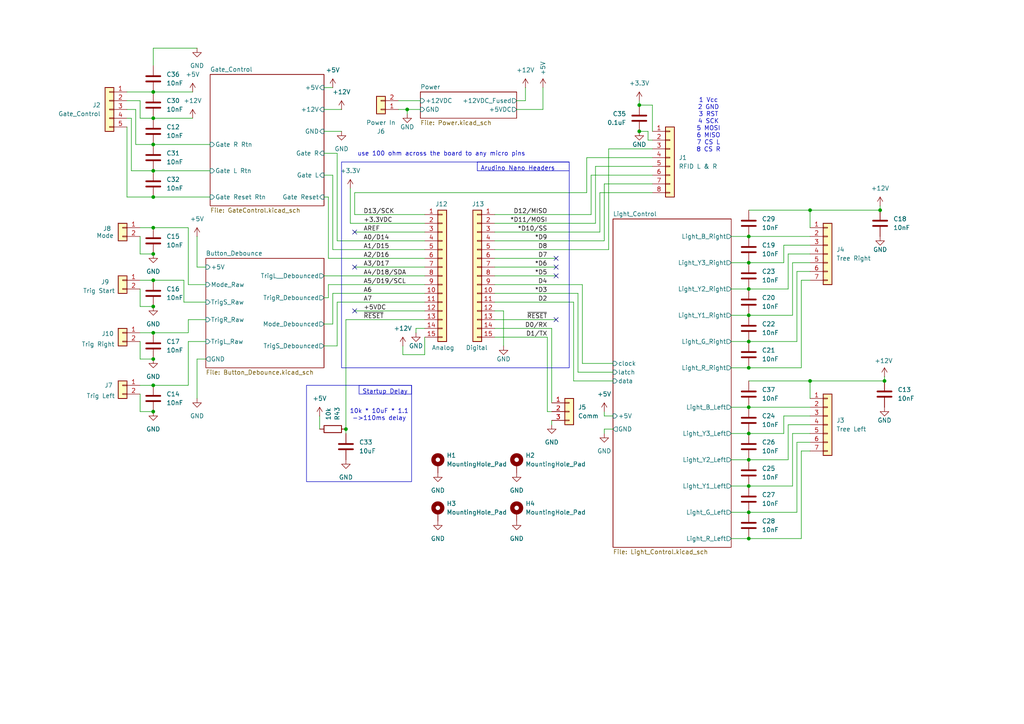
<source format=kicad_sch>
(kicad_sch (version 20250114) (generator "eeschema") (generator_version "9.0")
  (paper "A4")
  (title_block (date "sam. 04 avril 2015"))
  (lib_symbols
    (symbol "+5V_1" (power) (pin_numbers (hide yes)) (pin_names (offset 0) (hide yes))
      (property "Value" "+5V" (at 0 3.556 0))
      (symbol "+5V_1_0_1"
        (polyline (pts (xy -0.762 1.27) (xy 0 2.54)))
        (polyline (pts (xy 0 2.54) (xy 0.762 1.27)))
        (polyline (pts (xy 0 0) (xy 0 2.54)))
      )
      (symbol "+5V_1_1_1"
        (pin power_in line (at 0 0 90) (length 0) (name "~") (number "1"))
      )
    )
    (symbol "Connector_Generic:Conn_01x02" (pin_names (offset 1.016) (hide yes))
      (property "Reference" "J" (at 0 2.54 0))
      (property "Value" "Conn_01x02" (at 0 -5.08 0))
      (symbol "Conn_01x02_1_1"
        (rectangle (start -1.27 1.27) (end 1.27 -3.81) (stroke (width 0.254)) (fill (type background)))
        (rectangle (start -1.27 0.127) (end 0 -0.127) (stroke (width 0.1524)))
        (rectangle (start -1.27 -2.413) (end 0 -2.667) (stroke (width 0.1524)))
        (pin passive line (at -5.08 0 0) (length 3.81) (name "Pin_1") (number "1"))
        (pin passive line (at -5.08 -2.54 0) (length 3.81) (name "Pin_2") (number "2"))
      )
    )
    (symbol "Connector_Generic:Conn_01x03" (pin_names (offset 1.016) (hide yes))
      (property "Reference" "J" (at 0 5.08 0))
      (property "Value" "Conn_01x03" (at 0 -5.08 0))
      (symbol "Conn_01x03_1_1"
        (rectangle (start -1.27 3.81) (end 1.27 -3.81) (stroke (width 0.254)) (fill (type background)))
        (rectangle (start -1.27 2.667) (end 0 2.413) (stroke (width 0.1524)))
        (rectangle (start -1.27 0.127) (end 0 -0.127) (stroke (width 0.1524)))
        (rectangle (start -1.27 -2.413) (end 0 -2.667) (stroke (width 0.1524)))
        (pin passive line (at -5.08 2.54 0) (length 3.81) (name "Pin_1") (number "1"))
        (pin passive line (at -5.08 0 0) (length 3.81) (name "Pin_2") (number "2"))
        (pin passive line (at -5.08 -2.54 0) (length 3.81) (name "Pin_3") (number "3"))
      )
    )
    (symbol "Connector_Generic:Conn_01x05" (pin_names (offset 1.016) (hide yes))
      (property "Reference" "J" (at 0 7.62 0))
      (property "Value" "Conn_01x05" (at 0 -7.62 0))
      (symbol "Conn_01x05_1_1"
        (rectangle (start -1.27 6.35) (end 1.27 -6.35) (stroke (width 0.254)) (fill (type background)))
        (rectangle (start -1.27 5.207) (end 0 4.953) (stroke (width 0.1524)))
        (rectangle (start -1.27 2.667) (end 0 2.413) (stroke (width 0.1524)))
        (rectangle (start -1.27 0.127) (end 0 -0.127) (stroke (width 0.1524)))
        (rectangle (start -1.27 -2.413) (end 0 -2.667) (stroke (width 0.1524)))
        (rectangle (start -1.27 -4.953) (end 0 -5.207) (stroke (width 0.1524)))
        (pin passive line (at -5.08 5.08 0) (length 3.81) (name "Pin_1") (number "1"))
        (pin passive line (at -5.08 2.54 0) (length 3.81) (name "Pin_2") (number "2"))
        (pin passive line (at -5.08 0 0) (length 3.81) (name "Pin_3") (number "3"))
        (pin passive line (at -5.08 -2.54 0) (length 3.81) (name "Pin_4") (number "4"))
        (pin passive line (at -5.08 -5.08 0) (length 3.81) (name "Pin_5") (number "5"))
      )
    )
    (symbol "Connector_Generic:Conn_01x07" (pin_names (offset 1.016) (hide yes))
      (property "Reference" "J" (at 0 10.16 0))
      (property "Value" "Conn_01x07" (at 0 -10.16 0))
      (symbol "Conn_01x07_1_1"
        (rectangle (start -1.27 8.89) (end 1.27 -8.89) (stroke (width 0.254)) (fill (type background)))
        (rectangle (start -1.27 7.747) (end 0 7.493) (stroke (width 0.1524)))
        (rectangle (start -1.27 5.207) (end 0 4.953) (stroke (width 0.1524)))
        (rectangle (start -1.27 2.667) (end 0 2.413) (stroke (width 0.1524)))
        (rectangle (start -1.27 0.127) (end 0 -0.127) (stroke (width 0.1524)))
        (rectangle (start -1.27 -2.413) (end 0 -2.667) (stroke (width 0.1524)))
        (rectangle (start -1.27 -4.953) (end 0 -5.207) (stroke (width 0.1524)))
        (rectangle (start -1.27 -7.493) (end 0 -7.747) (stroke (width 0.1524)))
        (pin passive line (at -5.08 7.62 0) (length 3.81) (name "Pin_1") (number "1"))
        (pin passive line (at -5.08 5.08 0) (length 3.81) (name "Pin_2") (number "2"))
        (pin passive line (at -5.08 2.54 0) (length 3.81) (name "Pin_3") (number "3"))
        (pin passive line (at -5.08 0 0) (length 3.81) (name "Pin_4") (number "4"))
        (pin passive line (at -5.08 -2.54 0) (length 3.81) (name "Pin_5") (number "5"))
        (pin passive line (at -5.08 -5.08 0) (length 3.81) (name "Pin_6") (number "6"))
        (pin passive line (at -5.08 -7.62 0) (length 3.81) (name "Pin_7") (number "7"))
      )
    )
    (symbol "Connector_Generic:Conn_01x08" (pin_names (offset 1.016) (hide yes))
      (property "Reference" "J" (at 0 10.16 0))
      (property "Value" "Conn_01x08" (at 0 -12.7 0))
      (symbol "Conn_01x08_1_1"
        (rectangle (start -1.27 8.89) (end 1.27 -11.43) (stroke (width 0.254)) (fill (type background)))
        (rectangle (start -1.27 7.747) (end 0 7.493) (stroke (width 0.1524)))
        (rectangle (start -1.27 5.207) (end 0 4.953) (stroke (width 0.1524)))
        (rectangle (start -1.27 2.667) (end 0 2.413) (stroke (width 0.1524)))
        (rectangle (start -1.27 0.127) (end 0 -0.127) (stroke (width 0.1524)))
        (rectangle (start -1.27 -2.413) (end 0 -2.667) (stroke (width 0.1524)))
        (rectangle (start -1.27 -4.953) (end 0 -5.207) (stroke (width 0.1524)))
        (rectangle (start -1.27 -7.493) (end 0 -7.747) (stroke (width 0.1524)))
        (rectangle (start -1.27 -10.033) (end 0 -10.287) (stroke (width 0.1524)))
        (pin passive line (at -5.08 7.62 0) (length 3.81) (name "Pin_1") (number "1"))
        (pin passive line (at -5.08 5.08 0) (length 3.81) (name "Pin_2") (number "2"))
        (pin passive line (at -5.08 2.54 0) (length 3.81) (name "Pin_3") (number "3"))
        (pin passive line (at -5.08 0 0) (length 3.81) (name "Pin_4") (number "4"))
        (pin passive line (at -5.08 -2.54 0) (length 3.81) (name "Pin_5") (number "5"))
        (pin passive line (at -5.08 -5.08 0) (length 3.81) (name "Pin_6") (number "6"))
        (pin passive line (at -5.08 -7.62 0) (length 3.81) (name "Pin_7") (number "7"))
        (pin passive line (at -5.08 -10.16 0) (length 3.81) (name "Pin_8") (number "8"))
      )
    )
    (symbol "Connector_Generic:Conn_01x15" (pin_names (offset 1.016) (hide yes))
      (property "Reference" "J" (at 0 20.32 0))
      (property "Value" "Conn_01x15" (at 0 -20.32 0))
      (symbol "Conn_01x15_1_1"
        (rectangle (start -1.27 19.05) (end 1.27 -19.05) (stroke (width 0.254)) (fill (type background)))
        (rectangle (start -1.27 17.907) (end 0 17.653) (stroke (width 0.1524)))
        (rectangle (start -1.27 15.367) (end 0 15.113) (stroke (width 0.1524)))
        (rectangle (start -1.27 12.827) (end 0 12.573) (stroke (width 0.1524)))
        (rectangle (start -1.27 10.287) (end 0 10.033) (stroke (width 0.1524)))
        (rectangle (start -1.27 7.747) (end 0 7.493) (stroke (width 0.1524)))
        (rectangle (start -1.27 5.207) (end 0 4.953) (stroke (width 0.1524)))
        (rectangle (start -1.27 2.667) (end 0 2.413) (stroke (width 0.1524)))
        (rectangle (start -1.27 0.127) (end 0 -0.127) (stroke (width 0.1524)))
        (rectangle (start -1.27 -2.413) (end 0 -2.667) (stroke (width 0.1524)))
        (rectangle (start -1.27 -4.953) (end 0 -5.207) (stroke (width 0.1524)))
        (rectangle (start -1.27 -7.493) (end 0 -7.747) (stroke (width 0.1524)))
        (rectangle (start -1.27 -10.033) (end 0 -10.287) (stroke (width 0.1524)))
        (rectangle (start -1.27 -12.573) (end 0 -12.827) (stroke (width 0.1524)))
        (rectangle (start -1.27 -15.113) (end 0 -15.367) (stroke (width 0.1524)))
        (rectangle (start -1.27 -17.653) (end 0 -17.907) (stroke (width 0.1524)))
        (pin passive line (at -5.08 17.78 0) (length 3.81) (name "Pin_1") (number "1"))
        (pin passive line (at -5.08 15.24 0) (length 3.81) (name "Pin_2") (number "2"))
        (pin passive line (at -5.08 12.7 0) (length 3.81) (name "Pin_3") (number "3"))
        (pin passive line (at -5.08 10.16 0) (length 3.81) (name "Pin_4") (number "4"))
        (pin passive line (at -5.08 7.62 0) (length 3.81) (name "Pin_5") (number "5"))
        (pin passive line (at -5.08 5.08 0) (length 3.81) (name "Pin_6") (number "6"))
        (pin passive line (at -5.08 2.54 0) (length 3.81) (name "Pin_7") (number "7"))
        (pin passive line (at -5.08 0 0) (length 3.81) (name "Pin_8") (number "8"))
        (pin passive line (at -5.08 -2.54 0) (length 3.81) (name "Pin_9") (number "9"))
        (pin passive line (at -5.08 -5.08 0) (length 3.81) (name "Pin_10") (number "10"))
        (pin passive line (at -5.08 -7.62 0) (length 3.81) (name "Pin_11") (number "11"))
        (pin passive line (at -5.08 -10.16 0) (length 3.81) (name "Pin_12") (number "12"))
        (pin passive line (at -5.08 -12.7 0) (length 3.81) (name "Pin_13") (number "13"))
        (pin passive line (at -5.08 -15.24 0) (length 3.81) (name "Pin_14") (number "14"))
        (pin passive line (at -5.08 -17.78 0) (length 3.81) (name "Pin_15") (number "15"))
      )
    )
    (symbol "Device:C" (pin_numbers (hide yes)) (pin_names (offset 0.254))
      (property "Reference" "C" (at 0.635 2.54 0))
      (property "Value" "C" (at 0.635 -2.54 0))
      (symbol "C_0_1"
        (polyline (pts (xy -2.032 0.762) (xy 2.032 0.762)) (stroke (width 0.508)))
        (polyline (pts (xy -2.032 -0.762) (xy 2.032 -0.762)) (stroke (width 0.508)))
      )
      (symbol "C_1_1"
        (pin passive line (at 0 3.81 270) (length 2.794) (name "~") (number "1"))
        (pin passive line (at 0 -3.81 90) (length 2.794) (name "~") (number "2"))
      )
    )
    (symbol "Device:R" (pin_numbers (hide yes)) (pin_names (offset 0))
      (property "Reference" "R" (at 2.032 0 90))
      (property "Value" "R" (at 0 0 90))
      (symbol "R_0_1"
        (rectangle (start -1.016 -2.54) (end 1.016 2.54) (stroke (width 0.254)))
      )
      (symbol "R_1_1"
        (pin passive line (at 0 3.81 270) (length 1.27) (name "~") (number "1"))
        (pin passive line (at 0 -3.81 90) (length 1.27) (name "~") (number "2"))
      )
    )
    (symbol "GND_1" (power) (pin_numbers (hide yes)) (pin_names (offset 0) (hide yes))
      (property "Value" "GND" (at 0 -3.81 0))
      (symbol "GND_1_0_1"
        (polyline (pts (xy 0 0) (xy 0 -1.27) (xy 1.27 -1.27) (xy 0 -2.54) (xy -1.27 -1.27) (xy 0 -1.27)))
      )
      (symbol "GND_1_1_1"
        (pin power_in line (at 0 0 270) (length 0) (name "~") (number "1"))
      )
    )
    (symbol "Mechanical:MountingHole_Pad" (pin_numbers (hide yes)) (pin_names (offset 1.016) (hide yes)) (exclude_from_sim yes) (in_bom no)
      (property "Reference" "H" (at 0 6.35 0))
      (property "Value" "MountingHole_Pad" (at 0 4.445 0))
      (symbol "MountingHole_Pad_0_1"
        (circle (center 0 1.27) (radius 1.27) (stroke (width 1.27)))
      )
      (symbol "MountingHole_Pad_1_1"
        (pin input line (at 0 -2.54 90) (length 2.54) (name "1") (number "1"))
      )
    )
    (symbol "power:+3.3V" (power) (pin_numbers (hide yes)) (pin_names (offset 0) (hide yes))
      (property "Value" "+3.3V" (at 0 3.556 0))
      (symbol "+3.3V_0_1"
        (polyline (pts (xy -0.762 1.27) (xy 0 2.54)))
        (polyline (pts (xy 0 2.54) (xy 0.762 1.27)))
        (polyline (pts (xy 0 0) (xy 0 2.54)))
      )
      (symbol "+3.3V_1_1"
        (pin power_in line (at 0 0 90) (length 0) (name "~") (number "1"))
      )
    )
    (symbol "power:+5V" (power) (pin_names (offset 0))
      (property "Value" "+5V" (at 0 3.556 0))
      (symbol "+5V_0_1"
        (polyline (pts (xy -0.762 1.27) (xy 0 2.54)))
        (polyline (pts (xy 0 2.54) (xy 0.762 1.27)))
        (polyline (pts (xy 0 0) (xy 0 2.54)))
      )
      (symbol "+5V_1_1"
        (pin power_in line (at 0 0 90) (length 0) (hide yes) (name "+5V") (number "1"))
      )
    )
    (symbol "power:+6V" (power) (pin_numbers (hide yes)) (pin_names (offset 0) (hide yes))
      (property "Value" "+6V" (at 0 3.556 0))
      (symbol "+6V_0_1"
        (polyline (pts (xy -0.762 1.27) (xy 0 2.54)))
        (polyline (pts (xy 0 2.54) (xy 0.762 1.27)))
        (polyline (pts (xy 0 0) (xy 0 2.54)))
      )
      (symbol "+6V_1_1"
        (pin power_in line (at 0 0 90) (length 0) (name "~") (number "1"))
      )
    )
    (symbol "power:GND" (power) (pin_names (offset 0))
      (property "Value" "GND" (at 0 -3.81 0))
      (symbol "GND_0_1"
        (polyline (pts (xy 0 0) (xy 0 -1.27) (xy 1.27 -1.27) (xy 0 -2.54) (xy -1.27 -1.27) (xy 0 -1.27)))
      )
      (symbol "GND_1_1"
        (pin power_in line (at 0 0 270) (length 0) (hide yes) (name "GND") (number "1"))
      )
    )
  )
  (rectangle (start 88.9 111.76) (end 119.38 139.7))
  (rectangle (start 99.06 46.99) (end 165.1 106.68))
  (text "1 Vcc\n2 GND\n3 RST\n4 SCK\n5 MOSI\n6 MISO\n7 CS L\n8 CS R" (at 205.486 36.322 0) (effects (font (size 1.27 1.27))))
  (text "10k * 10uF * 1.1\n->110ms delay" (at 109.982 120.396 0) (effects (font (size 1.27 1.27))))
  (text "use 100 ohm across the board to any micro pins\n\n" (at 128.016 45.72 0) (effects (font (size 1.27 1.27))))
  (text_box "Arudino Nano Headers\n" (at 138.43 46.99 0) (size 26.67 2.54) (margins 0.9525 0.9525 0.9525 0.9525) (effects (font (size 1.27 1.27)) (justify left top)))
  (text_box "Startup Delay" (at 104.14 111.76 0) (size 15.24 2.54) (margins 0.9525 0.9525 0.9525 0.9525) (effects (font (size 1.27 1.27)) (justify left top)))
  (junction (at 44.45 66.04))
  (junction (at 217.17 99.06))
  (junction (at 217.17 140.97))
  (junction (at 44.45 41.91))
  (junction (at 44.45 96.52))
  (junction (at 234.95 110.49))
  (junction (at 44.45 104.14))
  (junction (at 217.17 148.59))
  (junction (at 217.17 76.2))
  (junction (at 44.45 26.67))
  (junction (at 217.17 83.82))
  (junction (at 256.54 110.49))
  (junction (at 217.17 68.58))
  (junction (at 44.45 34.29))
  (junction (at 44.45 49.53))
  (junction (at 44.45 88.9))
  (junction (at 217.17 91.44))
  (junction (at 185.42 38.1))
  (junction (at 100.33 124.46))
  (junction (at 217.17 125.73))
  (junction (at 217.17 156.21))
  (junction (at 44.45 111.76))
  (junction (at 44.45 119.38))
  (junction (at 118.11 31.75))
  (junction (at 217.17 118.11))
  (junction (at 217.17 133.35))
  (junction (at 44.45 73.66))
  (junction (at 255.27 60.96))
  (junction (at 44.45 57.15))
  (junction (at 234.95 60.96))
  (junction (at 217.17 106.68))
  (junction (at 185.42 30.48))
  (junction (at 44.45 81.28))
  (no_connect (at 102.87 67.31))
  (no_connect (at 161.29 77.47))
  (no_connect (at 161.29 92.71))
  (no_connect (at 102.87 77.47))
  (no_connect (at 161.29 80.01))
  (no_connect (at 102.87 90.17))
  (no_connect (at 161.29 74.93))
  (wire (pts (xy 54.61 96.52) (xy 54.61 92.71)))
  (wire (pts (xy 256.54 109.22) (xy 256.54 110.49)))
  (wire (pts (xy 217.17 106.68) (xy 212.09 106.68)))
  (wire (pts (xy 177.8 120.65) (xy 175.26 120.65)))
  (wire (pts (xy 175.26 120.65) (xy 175.26 119.38)))
  (wire (pts (xy 212.09 83.82) (xy 217.17 83.82)))
  (wire (pts (xy 175.26 53.34) (xy 189.23 53.34)))
  (wire (pts (xy 93.98 100.33) (xy 97.79 100.33)))
  (wire (pts (xy 102.87 62.23) (xy 123.19 62.23)))
  (wire (pts (xy 168.91 105.41) (xy 177.8 105.41)))
  (wire (pts (xy 102.87 62.23) (xy 102.87 55.88)))
  (wire (pts (xy 167.64 107.95) (xy 177.8 107.95)))
  (wire (pts (xy 100.33 125.73) (xy 100.33 124.46)))
  (wire (pts (xy 96.52 93.98) (xy 96.52 85.09)))
  (wire (pts (xy 95.25 82.55) (xy 123.19 82.55)))
  (wire (pts (xy 158.75 97.79) (xy 143.51 97.79)))
  (wire (pts (xy 40.64 99.06) (xy 40.64 104.14)))
  (wire (pts (xy 217.17 68.58) (xy 212.09 68.58)))
  (wire (pts (xy 171.45 50.8) (xy 189.23 50.8)))
  (wire (pts (xy 44.45 13.97) (xy 44.45 19.05)))
  (wire (pts (xy 40.64 73.66) (xy 44.45 73.66)))
  (wire (pts (xy 118.11 31.75) (xy 121.92 31.75)))
  (wire (pts (xy 212.09 118.11) (xy 217.17 118.11)))
  (wire (pts (xy 232.41 106.68) (xy 217.17 106.68)))
  (wire (pts (xy 93.98 31.75) (xy 99.06 31.75)))
  (wire (pts (xy 229.87 125.73) (xy 229.87 140.97)))
  (wire (pts (xy 166.37 110.49) (xy 177.8 110.49)))
  (wire (pts (xy 231.14 78.74) (xy 231.14 99.06)))
  (wire (pts (xy 40.64 96.52) (xy 44.45 96.52)))
  (wire (pts (xy 40.64 66.04) (xy 44.45 66.04)))
  (wire (pts (xy 54.61 111.76) (xy 54.61 99.06)))
  (wire (pts (xy 228.6 83.82) (xy 217.17 83.82)))
  (wire (pts (xy 44.45 26.67) (xy 55.88 26.67)))
  (wire (pts (xy 234.95 110.49) (xy 256.54 110.49)))
  (wire (pts (xy 40.64 29.21) (xy 40.64 34.29)))
  (wire (pts (xy 234.95 128.27) (xy 231.14 128.27)))
  (wire (pts (xy 39.37 31.75) (xy 39.37 41.91)))
  (wire (pts (xy 54.61 99.06) (xy 59.69 99.06)))
  (wire (pts (xy 227.33 120.65) (xy 227.33 125.73)))
  (wire (pts (xy 143.51 74.93) (xy 161.29 74.93)))
  (wire (pts (xy 44.45 111.76) (xy 54.61 111.76)))
  (wire (pts (xy 39.37 41.91) (xy 44.45 41.91)))
  (wire (pts (xy 102.87 55.88) (xy 170.18 55.88)))
  (wire (pts (xy 234.95 60.96) (xy 255.27 60.96)))
  (wire (pts (xy 97.79 87.63) (xy 123.19 87.63)))
  (wire (pts (xy 36.83 29.21) (xy 40.64 29.21)))
  (wire (pts (xy 175.26 69.85) (xy 175.26 53.34)))
  (wire (pts (xy 102.87 90.17) (xy 123.19 90.17)))
  (wire (pts (xy 143.51 67.31) (xy 173.99 67.31)))
  (wire (pts (xy 234.95 130.81) (xy 232.41 130.81)))
  (wire (pts (xy 96.52 72.39) (xy 123.19 72.39)))
  (wire (pts (xy 228.6 123.19) (xy 228.6 133.35)))
  (wire (pts (xy 212.09 148.59) (xy 217.17 148.59)))
  (wire (pts (xy 36.83 26.67) (xy 44.45 26.67)))
  (wire (pts (xy 217.17 60.96) (xy 234.95 60.96)))
  (wire (pts (xy 57.15 68.58) (xy 57.15 77.47)))
  (wire (pts (xy 170.18 45.72) (xy 189.23 45.72)))
  (wire (pts (xy 44.45 34.29) (xy 55.88 34.29)))
  (wire (pts (xy 40.64 119.38) (xy 40.64 114.3)))
  (wire (pts (xy 234.95 81.28) (xy 232.41 81.28)))
  (wire (pts (xy 96.52 50.8) (xy 96.52 72.39)))
  (wire (pts (xy 44.45 66.04) (xy 54.61 66.04)))
  (wire (pts (xy 100.33 92.71) (xy 123.19 92.71)))
  (wire (pts (xy 167.64 85.09) (xy 143.51 85.09)))
  (wire (pts (xy 227.33 125.73) (xy 217.17 125.73)))
  (wire (pts (xy 234.95 66.04) (xy 234.95 60.96)))
  (wire (pts (xy 95.25 57.15) (xy 93.98 57.15)))
  (wire (pts (xy 170.18 55.88) (xy 170.18 45.72)))
  (wire (pts (xy 118.11 33.02) (xy 118.11 31.75)))
  (wire (pts (xy 54.61 82.55) (xy 59.69 82.55)))
  (wire (pts (xy 57.15 13.97) (xy 44.45 13.97)))
  (wire (pts (xy 187.96 40.64) (xy 189.23 40.64)))
  (wire (pts (xy 59.69 104.14) (xy 57.15 104.14)))
  (wire (pts (xy 54.61 66.04) (xy 54.61 82.55)))
  (wire (pts (xy 53.34 81.28) (xy 53.34 87.63)))
  (wire (pts (xy 229.87 76.2) (xy 229.87 91.44)))
  (wire (pts (xy 101.6 54.61) (xy 101.6 64.77)))
  (wire (pts (xy 40.64 111.76) (xy 44.45 111.76)))
  (wire (pts (xy 229.87 140.97) (xy 217.17 140.97)))
  (wire (pts (xy 232.41 156.21) (xy 217.17 156.21)))
  (wire (pts (xy 231.14 148.59) (xy 217.17 148.59)))
  (wire (pts (xy 40.64 81.28) (xy 44.45 81.28)))
  (wire (pts (xy 44.45 49.53) (xy 60.96 49.53)))
  (wire (pts (xy 189.23 30.48) (xy 185.42 30.48)))
  (wire (pts (xy 149.86 31.75) (xy 157.48 31.75)))
  (wire (pts (xy 187.96 38.1) (xy 187.96 40.64)))
  (wire (pts (xy 100.33 92.71) (xy 100.33 124.46)))
  (wire (pts (xy 234.95 123.19) (xy 228.6 123.19)))
  (wire (pts (xy 93.98 86.36) (xy 95.25 86.36)))
  (wire (pts (xy 212.09 76.2) (xy 217.17 76.2)))
  (wire (pts (xy 59.69 77.47) (xy 57.15 77.47)))
  (wire (pts (xy 102.87 67.31) (xy 123.19 67.31)))
  (wire (pts (xy 189.23 38.1) (xy 189.23 30.48)))
  (wire (pts (xy 95.25 86.36) (xy 95.25 82.55)))
  (wire (pts (xy 234.95 78.74) (xy 231.14 78.74)))
  (wire (pts (xy 234.95 71.12) (xy 227.33 71.12)))
  (wire (pts (xy 44.45 57.15) (xy 60.96 57.15)))
  (wire (pts (xy 40.64 88.9) (xy 40.64 83.82)))
  (wire (pts (xy 217.17 68.58) (xy 234.95 68.58)))
  (wire (pts (xy 143.51 90.17) (xy 146.05 90.17)))
  (wire (pts (xy 157.48 31.75) (xy 157.48 25.4)))
  (wire (pts (xy 227.33 76.2) (xy 217.17 76.2)))
  (wire (pts (xy 228.6 73.66) (xy 228.6 83.82)))
  (wire (pts (xy 143.51 62.23) (xy 171.45 62.23)))
  (wire (pts (xy 115.57 29.21) (xy 121.92 29.21)))
  (wire (pts (xy 116.84 100.33) (xy 116.84 102.87)))
  (wire (pts (xy 123.19 102.87) (xy 116.84 102.87)))
  (wire (pts (xy 44.45 96.52) (xy 54.61 96.52)))
  (wire (pts (xy 93.98 25.4) (xy 96.52 25.4)))
  (wire (pts (xy 166.37 110.49) (xy 166.37 87.63)))
  (wire (pts (xy 234.95 110.49) (xy 234.95 115.57)))
  (wire (pts (xy 93.98 38.1) (xy 99.06 38.1)))
  (wire (pts (xy 212.09 140.97) (xy 217.17 140.97)))
  (wire (pts (xy 234.95 120.65) (xy 227.33 120.65)))
  (wire (pts (xy 160.02 116.84) (xy 160.02 95.25)))
  (wire (pts (xy 158.75 119.38) (xy 158.75 97.79)))
  (wire (pts (xy 93.98 50.8) (xy 96.52 50.8)))
  (wire (pts (xy 185.42 38.1) (xy 187.96 38.1)))
  (wire (pts (xy 217.17 91.44) (xy 212.09 91.44)))
  (wire (pts (xy 38.1 49.53) (xy 44.45 49.53)))
  (wire (pts (xy 36.83 34.29) (xy 38.1 34.29)))
  (wire (pts (xy 168.91 105.41) (xy 168.91 82.55)))
  (wire (pts (xy 232.41 81.28) (xy 232.41 106.68)))
  (wire (pts (xy 173.99 55.88) (xy 189.23 55.88)))
  (wire (pts (xy 152.4 29.21) (xy 149.86 29.21)))
  (wire (pts (xy 96.52 85.09) (xy 123.19 85.09)))
  (wire (pts (xy 229.87 91.44) (xy 217.17 91.44)))
  (wire (pts (xy 44.45 41.91) (xy 60.96 41.91)))
  (wire (pts (xy 40.64 34.29) (xy 44.45 34.29)))
  (wire (pts (xy 234.95 76.2) (xy 229.87 76.2)))
  (wire (pts (xy 160.02 95.25) (xy 143.51 95.25)))
  (wire (pts (xy 53.34 87.63) (xy 59.69 87.63)))
  (wire (pts (xy 231.14 99.06) (xy 217.17 99.06)))
  (wire (pts (xy 212.09 99.06) (xy 217.17 99.06)))
  (wire (pts (xy 143.51 80.01) (xy 161.29 80.01)))
  (wire (pts (xy 36.83 57.15) (xy 44.45 57.15)))
  (wire (pts (xy 40.64 104.14) (xy 44.45 104.14)))
  (wire (pts (xy 97.79 69.85) (xy 123.19 69.85)))
  (wire (pts (xy 143.51 69.85) (xy 175.26 69.85)))
  (wire (pts (xy 166.37 87.63) (xy 143.51 87.63)))
  (wire (pts (xy 40.64 73.66) (xy 40.64 68.58)))
  (wire (pts (xy 123.19 102.87) (xy 123.19 97.79)))
  (wire (pts (xy 234.95 125.73) (xy 229.87 125.73)))
  (wire (pts (xy 36.83 31.75) (xy 39.37 31.75)))
  (wire (pts (xy 212.09 133.35) (xy 217.17 133.35)))
  (wire (pts (xy 54.61 92.71) (xy 59.69 92.71)))
  (wire (pts (xy 115.57 31.75) (xy 118.11 31.75)))
  (wire (pts (xy 102.87 77.47) (xy 123.19 77.47)))
  (wire (pts (xy 40.64 88.9) (xy 44.45 88.9)))
  (wire (pts (xy 232.41 130.81) (xy 232.41 156.21)))
  (wire (pts (xy 95.25 74.93) (xy 123.19 74.93)))
  (wire (pts (xy 167.64 107.95) (xy 167.64 85.09)))
  (wire (pts (xy 93.98 80.01) (xy 123.19 80.01)))
  (wire (pts (xy 228.6 133.35) (xy 217.17 133.35)))
  (wire (pts (xy 168.91 82.55) (xy 143.51 82.55)))
  (wire (pts (xy 172.72 64.77) (xy 172.72 48.26)))
  (wire (pts (xy 40.64 119.38) (xy 44.45 119.38)))
  (wire (pts (xy 143.51 92.71) (xy 161.29 92.71)))
  (wire (pts (xy 175.26 124.46) (xy 175.26 125.73)))
  (wire (pts (xy 146.05 90.17) (xy 146.05 100.33)))
  (wire (pts (xy 173.99 67.31) (xy 173.99 55.88)))
  (wire (pts (xy 101.6 64.77) (xy 123.19 64.77)))
  (wire (pts (xy 160.02 121.92) (xy 160.02 123.19)))
  (wire (pts (xy 227.33 71.12) (xy 227.33 76.2)))
  (wire (pts (xy 212.09 156.21) (xy 217.17 156.21)))
  (wire (pts (xy 158.75 119.38) (xy 160.02 119.38)))
  (wire (pts (xy 217.17 118.11) (xy 234.95 118.11)))
  (wire (pts (xy 231.14 128.27) (xy 231.14 148.59)))
  (wire (pts (xy 217.17 110.49) (xy 234.95 110.49)))
  (wire (pts (xy 93.98 93.98) (xy 96.52 93.98)))
  (wire (pts (xy 234.95 73.66) (xy 228.6 73.66)))
  (wire (pts (xy 176.53 72.39) (xy 176.53 43.18)))
  (wire (pts (xy 57.15 104.14) (xy 57.15 115.57)))
  (wire (pts (xy 172.72 48.26) (xy 189.23 48.26)))
  (wire (pts (xy 95.25 74.93) (xy 95.25 57.15)))
  (wire (pts (xy 44.45 81.28) (xy 53.34 81.28)))
  (wire (pts (xy 92.71 120.65) (xy 92.71 124.46)))
  (wire (pts (xy 171.45 62.23) (xy 171.45 50.8)))
  (wire (pts (xy 177.8 124.46) (xy 175.26 124.46)))
  (wire (pts (xy 152.4 25.4) (xy 152.4 29.21)))
  (wire (pts (xy 97.79 100.33) (xy 97.79 87.63)))
  (wire (pts (xy 93.98 44.45) (xy 97.79 44.45)))
  (wire (pts (xy 38.1 34.29) (xy 38.1 49.53)))
  (wire (pts (xy 36.83 36.83) (xy 36.83 57.15)))
  (wire (pts (xy 143.51 77.47) (xy 161.29 77.47)))
  (wire (pts (xy 97.79 44.45) (xy 97.79 69.85)))
  (wire (pts (xy 143.51 72.39) (xy 176.53 72.39)))
  (wire (pts (xy 176.53 43.18) (xy 189.23 43.18)))
  (wire (pts (xy 120.65 95.25) (xy 120.65 96.52)))
  (wire (pts (xy 123.19 95.25) (xy 120.65 95.25)))
  (wire (pts (xy 185.42 29.21) (xy 185.42 30.48)))
  (wire (pts (xy 212.09 125.73) (xy 217.17 125.73)))
  (wire (pts (xy 255.27 59.69) (xy 255.27 60.96)))
  (wire (pts (xy 143.51 64.77) (xy 172.72 64.77)))
  (label "D4" (at 158.75 82.55 180))
  (label "*D5" (at 158.75 80.01 180))
  (label "A2{slash}D16" (at 105.41 74.93 0))
  (label "D7" (at 158.75 74.93 180))
  (label "D13{slash}SCK" (at 105.41 62.23 0))
  (label "A7" (at 105.41 87.63 0))
  (label "*D6" (at 158.75 77.47 180))
  (label "*D11{slash}MOSI" (at 158.75 64.77 180))
  (label "A1{slash}D15" (at 105.41 72.39 0))
  (label "A4{slash}D18{slash}SDA" (at 105.41 80.01 0))
  (label "A5{slash}D19{slash}SCL" (at 105.41 82.55 0))
  (label "+5VDC" (at 105.41 90.17 0))
  (label "A3{slash}D17" (at 105.41 77.47 0))
  (label "~{RESET}" (at 158.75 92.71 180))
  (label "~{RESET}" (at 105.41 92.71 0))
  (label "A6" (at 105.41 85.09 0))
  (label "A0{slash}D14" (at 105.41 69.85 0))
  (label "*D9" (at 158.75 69.85 180))
  (label "*D3" (at 158.75 85.09 180))
  (label "D2" (at 158.75 87.63 180))
  (label "D8" (at 158.75 72.39 180))
  (label "D1{slash}TX" (at 158.75 97.79 180))
  (label "D0{slash}RX" (at 158.75 95.25 180))
  (label "AREF" (at 105.41 67.31 0))
  (label "+3.3VDC" (at 105.41 64.77 0))
  (label "*D10{slash}SS" (at 158.75 67.31 180))
  (label "D12{slash}MISO" (at 158.75 62.23 180))
  (symbol (lib_id "Connector_Generic:Conn_01x02") (at 35.56 81.28 0) (mirror y) (unit 1)
    (property "Reference" "J9" (at 30.48 81.788 0))
    (property "Value" "Trig Start" (at 28.702 84.328 0))
    (property "Footprint" "Connector_JST:JST_EH_B2B-EH-A_1x02_P2.50mm_Vertical" (effects (hide yes)))
    (property "Description" "Generic connector, single row, 01x02, script generated (kicad-library-utils/schlib/autogen/connector/)" (effects (hide yes)))
  )
  (symbol (lib_id "Connector_Generic:Conn_01x07") (at 240.03 123.19 0) (unit 1)
    (property "Reference" "J3" (at 242.57 121.9199 0) (effects (justify left)))
    (property "Value" "Tree Left" (at 242.57 124.4599 0) (effects (justify left)))
    (property "Footprint" "Connector_JST:JST_EH_B7B-EH-A_1x07_P2.50mm_Vertical" (effects (hide yes)))
    (property "Description" "Generic connector, single row, 01x07, script generated (kicad-library-utils/schlib/autogen/connector/)" (effects (hide yes)))
  )
  (symbol (lib_id "Connector_Generic:Conn_01x15") (at 128.27 80.01 0) (unit 1)
    (property "Reference" "J12" (at 126.238 59.182 0) (effects (justify left)))
    (property "Value" "Analog" (at 125.222 100.838 0) (effects (justify left)))
    (property "Footprint" "Connector_PinSocket_2.54mm:PinSocket_1x15_P2.54mm_Vertical" (effects (hide yes)))
    (property "Description" "Generic connector, single row, 01x15, script generated (kicad-library-utils/schlib/autogen/connector/)" (effects (hide yes)))
  )
  (symbol (lib_id "power:GND") (at 149.86 137.16 0) (unit 1)
    (property "Reference" "#PWR063" (effects (hide yes)))
    (property "Value" "GND" (at 149.86 142.24 0))
    (property "Description" "Power symbol creates a global label with name \"GND\" , ground" (effects (hide yes)))
  )
  (symbol (lib_id "power:+3.3V") (at 185.42 29.21 0) (unit 1)
    (property "Reference" "#PWR016" (effects (hide yes)))
    (property "Value" "+3.3V" (at 185.42 24.13 0))
    (property "Description" "Power symbol creates a global label with name \"+3.3V\"" (effects (hide yes)))
  )
  (symbol (lib_id "power:GND") (at 185.42 38.1 0) (unit 1)
    (property "Reference" "#PWR057" (effects (hide yes)))
    (property "Value" "GND" (at 185.42 41.91 0))
  )
  (symbol (lib_id "power:GND") (at 127 137.16 0) (unit 1)
    (property "Reference" "#PWR065" (effects (hide yes)))
    (property "Value" "GND" (at 127 142.24 0))
    (property "Description" "Power symbol creates a global label with name \"GND\" , ground" (effects (hide yes)))
  )
  (symbol (lib_id "Connector_Generic:Conn_01x15") (at 138.43 80.01 0) (mirror y) (unit 1)
    (property "Reference" "J13" (at 140.462 59.182 0) (effects (justify left)))
    (property "Value" "Digital" (at 141.478 100.838 0) (effects (justify left)))
    (property "Footprint" "Connector_PinSocket_2.54mm:PinSocket_1x15_P2.54mm_Vertical" (effects (hide yes)))
    (property "Description" "Generic connector, single row, 01x15, script generated (kicad-library-utils/schlib/autogen/connector/)" (effects (hide yes)))
  )
  (symbol (lib_id "Device:C") (at 100.33 129.54 0) (unit 1)
    (property "Reference" "C33" (at 104.14 128.2699 0) (effects (justify left)))
    (property "Value" "10uF" (at 104.14 130.8099 0) (effects (justify left)))
    (property "Footprint" "Capacitor_SMD:C_0805_2012Metric" (effects (hide yes)))
    (property "Description" "Unpolarized capacitor" (effects (hide yes)))
  )
  (symbol (lib_id "power:GND") (at 127 151.13 0) (unit 1)
    (property "Reference" "#PWR066" (effects (hide yes)))
    (property "Value" "GND" (at 127 156.21 0))
    (property "Description" "Power symbol creates a global label with name \"GND\" , ground" (effects (hide yes)))
  )
  (symbol (lib_id "Connector_Generic:Conn_01x02") (at 35.56 96.52 0) (mirror y) (unit 1)
    (property "Reference" "J10" (at 31.242 96.774 0))
    (property "Value" "Trig Right" (at 28.448 99.822 0))
    (property "Footprint" "Connector_JST:JST_EH_B2B-EH-A_1x02_P2.50mm_Vertical" (effects (hide yes)))
    (property "Description" "Generic connector, single row, 01x02, script generated (kicad-library-utils/schlib/autogen/connector/)" (effects (hide yes)))
  )
  (symbol (lib_id "power:GND") (at 44.45 119.38 0) (unit 1)
    (property "Reference" "#PWR012" (effects (hide yes)))
    (property "Value" "GND" (at 44.45 124.46 0))
    (property "Description" "Power symbol creates a global label with name \"GND\" , ground" (effects (hide yes)))
  )
  (symbol (lib_id "Device:C") (at 217.17 95.25 0) (unit 1)
    (property "Reference" "C22" (at 220.98 93.9799 0) (effects (justify left)))
    (property "Value" "10nF" (at 220.98 96.5199 0) (effects (justify left)))
    (property "Footprint" "Capacitor_SMD:C_0805_2012Metric" (effects (hide yes)))
    (property "Description" "Unpolarized capacitor" (effects (hide yes)))
  )
  (symbol (lib_id "power:+6V") (at 116.84 100.33 0) (unit 1)
    (property "Reference" "#PWR040" (effects (hide yes)))
    (property "Value" "+12V" (at 116.84 95.25 0))
    (property "Description" "Power symbol creates a global label with name \"+6V\"" (effects (hide yes)))
  )
  (symbol (lib_name "+5V_1") (lib_id "power:+5V") (at 175.26 119.38 0) (unit 1)
    (property "Reference" "#PWR061" (effects (hide yes)))
    (property "Value" "+5V" (at 175.26 114.3 0))
    (property "Description" "Power symbol creates a global label with name \"+5V\"" (effects (hide yes)))
  )
  (symbol (lib_id "power:+6V") (at 55.88 34.29 0) (unit 1)
    (property "Reference" "#PWR0101" (effects (hide yes)))
    (property "Value" "+12V" (at 55.88 29.21 0))
    (property "Description" "Power symbol creates a global label with name \"+6V\"" (effects (hide yes)))
  )
  (symbol (lib_id "power:+6V") (at 152.4 25.4 0) (unit 1)
    (property "Reference" "#PWR048" (effects (hide yes)))
    (property "Value" "+12V" (at 152.4 20.32 0))
    (property "Description" "Power symbol creates a global label with name \"+6V\"" (effects (hide yes)))
  )
  (symbol (lib_id "Device:C") (at 44.45 69.85 0) (unit 1)
    (property "Reference" "C15" (at 48.26 68.5799 0) (effects (justify left)))
    (property "Value" "10nF" (at 48.26 71.1199 0) (effects (justify left)))
    (property "Footprint" "Capacitor_SMD:C_0805_2012Metric" (effects (hide yes)))
    (property "Description" "Unpolarized capacitor" (effects (hide yes)))
  )
  (symbol (lib_name "GND_1") (lib_id "power:GND") (at 57.15 13.97 0) (unit 1)
    (property "Reference" "#PWR041" (effects (hide yes)))
    (property "Value" "GND" (at 57.15 19.05 0))
    (property "Description" "Power symbol creates a global label with name \"GND\" , ground" (effects (hide yes)))
  )
  (symbol (lib_id "power:GND") (at 44.45 104.14 0) (unit 1)
    (property "Reference" "#PWR015" (effects (hide yes)))
    (property "Value" "GND" (at 44.45 109.22 0))
    (property "Description" "Power symbol creates a global label with name \"GND\" , ground" (effects (hide yes)))
  )
  (symbol (lib_id "Device:R") (at 96.52 124.46 270) (mirror x) (unit 1)
    (property "Reference" "R43" (at 97.7901 121.92 0) (effects (justify left)))
    (property "Value" "10k" (at 95.2501 121.92 0) (effects (justify left)))
    (property "Footprint" "Resistor_SMD:R_0805_2012Metric" (effects (hide yes)))
    (property "Description" "Resistor" (effects (hide yes)))
  )
  (symbol (lib_id "Device:C") (at 44.45 115.57 0) (unit 1)
    (property "Reference" "C14" (at 48.26 114.2999 0) (effects (justify left)))
    (property "Value" "10nF" (at 48.26 116.8399 0) (effects (justify left)))
    (property "Footprint" "Capacitor_SMD:C_0805_2012Metric" (effects (hide yes)))
    (property "Description" "Unpolarized capacitor" (effects (hide yes)))
  )
  (symbol (lib_id "Device:C") (at 44.45 30.48 0) (unit 1)
    (property "Reference" "C30" (at 48.26 29.2099 0) (effects (justify left)))
    (property "Value" "10nF" (at 48.26 31.7499 0) (effects (justify left)))
    (property "Footprint" "Capacitor_SMD:C_0805_2012Metric" (effects (hide yes)))
    (property "Description" "Unpolarized capacitor" (effects (hide yes)))
  )
  (symbol (lib_id "power:+6V") (at 256.54 109.22 0) (unit 1)
    (property "Reference" "#PWR010" (effects (hide yes)))
    (property "Value" "+12V" (at 256.286 104.648 0))
    (property "Description" "Power symbol creates a global label with name \"+6V\"" (effects (hide yes)))
  )
  (symbol (lib_id "power:GND") (at 160.02 123.19 0) (unit 1)
    (property "Reference" "#PWR09" (effects (hide yes)))
    (property "Value" "GND" (at 160.02 128.27 0))
    (property "Description" "Power symbol creates a global label with name \"GND\" , ground" (effects (hide yes)))
  )
  (symbol (lib_id "Connector_Generic:Conn_01x03") (at 165.1 119.38 0) (unit 1)
    (property "Reference" "J5" (at 167.64 118.1099 0) (effects (justify left)))
    (property "Value" "Comm" (at 167.64 120.6499 0) (effects (justify left)))
    (property "Footprint" "Connector_JST:JST_EH_B3B-EH-A_1x03_P2.50mm_Vertical" (effects (hide yes)))
    (property "Description" "Generic connector, single row, 01x03, script generated (kicad-library-utils/schlib/autogen/connector/)" (effects (hide yes)))
  )
  (symbol (lib_id "power:GND") (at 149.86 151.13 0) (unit 1)
    (property "Reference" "#PWR064" (effects (hide yes)))
    (property "Value" "GND" (at 149.86 156.21 0))
    (property "Description" "Power symbol creates a global label with name \"GND\" , ground" (effects (hide yes)))
  )
  (symbol (lib_id "power:GND") (at 57.15 115.57 0) (unit 1)
    (property "Reference" "#PWR059" (effects (hide yes)))
    (property "Value" "GND" (at 57.15 120.65 0))
    (property "Description" "Power symbol creates a global label with name \"GND\" , ground" (effects (hide yes)))
  )
  (symbol (lib_id "power:GND") (at 256.54 118.11 0) (unit 1)
    (property "Reference" "#PWR083" (effects (hide yes)))
    (property "Value" "GND" (at 256.54 121.92 0))
  )
  (symbol (lib_id "Connector_Generic:Conn_01x05") (at 31.75 31.75 0) (mirror y) (unit 1)
    (property "Reference" "J2" (at 29.21 30.4799 0) (effects (justify left)))
    (property "Value" "Gate_Control" (at 29.21 33.0199 0) (effects (justify left)))
    (property "Footprint" "Connector_JST:JST_EH_B5B-EH-A_1x05_P2.50mm_Vertical" (effects (hide yes)))
    (property "Description" "Generic connector, single row, 01x05, script generated (kicad-library-utils/schlib/autogen/connector/)" (effects (hide yes)))
  )
  (symbol (lib_id "power:GND") (at 100.33 133.35 0) (unit 1)
    (property "Reference" "#PWR045" (effects (hide yes)))
    (property "Value" "GND" (at 100.33 138.43 0))
    (property "Description" "Power symbol creates a global label with name \"GND\" , ground" (effects (hide yes)))
  )
  (symbol (lib_id "power:GND") (at 118.11 33.02 0) (unit 1)
    (property "Reference" "#PWR049" (effects (hide yes)))
    (property "Value" "GND" (at 118.11 36.83 0))
  )
  (symbol (lib_id "Device:C") (at 217.17 64.77 0) (unit 1)
    (property "Reference" "C29" (at 220.98 63.4999 0) (effects (justify left)))
    (property "Value" "10nF" (at 220.98 66.0399 0) (effects (justify left)))
    (property "Footprint" "Capacitor_SMD:C_0805_2012Metric" (effects (hide yes)))
    (property "Description" "Unpolarized capacitor" (effects (hide yes)))
  )
  (symbol (lib_id "Connector_Generic:Conn_01x02") (at 35.56 66.04 0) (mirror y) (unit 1)
    (property "Reference" "J8" (at 32.258 66.294 0) (effects (justify left)))
    (property "Value" "Mode" (at 33.02 68.326 0) (effects (justify left)))
    (property "Footprint" "Connector_JST:JST_EH_B2B-EH-A_1x02_P2.50mm_Vertical" (effects (hide yes)))
    (property "Description" "Generic connector, single row, 01x02, script generated (kicad-library-utils/schlib/autogen/connector/)" (effects (hide yes)))
  )
  (symbol (lib_id "Device:C") (at 217.17 152.4 0) (unit 1)
    (property "Reference" "C28" (at 220.98 151.1299 0) (effects (justify left)))
    (property "Value" "10nF" (at 220.98 153.6699 0) (effects (justify left)))
    (property "Footprint" "Capacitor_SMD:C_0805_2012Metric" (effects (hide yes)))
    (property "Description" "Unpolarized capacitor" (effects (hide yes)))
  )
  (symbol (lib_name "+5V_1") (lib_id "power:+5V") (at 92.71 120.65 0) (unit 1)
    (property "Reference" "#PWR075" (effects (hide yes)))
    (property "Value" "+5V" (at 92.71 115.57 0))
    (property "Description" "Power symbol creates a global label with name \"+5V\"" (effects (hide yes)))
  )
  (symbol (lib_id "Device:C") (at 217.17 137.16 0) (unit 1)
    (property "Reference" "C25" (at 220.98 135.8899 0) (effects (justify left)))
    (property "Value" "10nF" (at 220.98 138.4299 0) (effects (justify left)))
    (property "Footprint" "Capacitor_SMD:C_0805_2012Metric" (effects (hide yes)))
    (property "Description" "Unpolarized capacitor" (effects (hide yes)))
  )
  (symbol (lib_id "power:+6V") (at 255.27 59.69 0) (unit 1)
    (property "Reference" "#PWR011" (effects (hide yes)))
    (property "Value" "+12V" (at 255.27 54.61 0))
    (property "Description" "Power symbol creates a global label with name \"+6V\"" (effects (hide yes)))
  )
  (symbol (lib_id "power:GND") (at 44.45 73.66 0) (unit 1)
    (property "Reference" "#PWR013" (effects (hide yes)))
    (property "Value" "GND" (at 44.45 78.74 0))
    (property "Description" "Power symbol creates a global label with name \"GND\" , ground" (effects (hide yes)))
  )
  (symbol (lib_id "power:+6V") (at 96.52 25.4 0) (mirror y) (unit 1)
    (property "Reference" "#PWR085" (effects (hide yes)))
    (property "Value" "+5V" (at 96.52 20.32 0))
    (property "Description" "Power symbol creates a global label with name \"+6V\"" (effects (hide yes)))
  )
  (symbol (lib_id "power:+5V") (at 157.48 25.4 0) (unit 1)
    (property "Reference" "#PWR051" (effects (hide yes)))
    (property "Value" "+5V" (at 157.48 21.844 90) (effects (justify left)))
  )
  (symbol (lib_id "Mechanical:MountingHole_Pad") (at 127 134.62 0) (unit 1) (exclude_from_sim yes) (in_bom no)
    (property "Reference" "H1" (at 129.54 132.0799 0) (effects (justify left)))
    (property "Value" "MountingHole_Pad" (at 129.54 134.6199 0) (effects (justify left)))
    (property "Footprint" "MountingHole:MountingHole_2.5mm_Pad" (effects (hide yes)))
    (property "Description" "Mounting Hole with connection" (effects (hide yes)))
  )
  (symbol (lib_id "power:+6V") (at 55.88 26.67 0) (mirror y) (unit 1)
    (property "Reference" "#PWR082" (effects (hide yes)))
    (property "Value" "+5V" (at 55.88 21.59 0))
    (property "Description" "Power symbol creates a global label with name \"+6V\"" (effects (hide yes)))
  )
  (symbol (lib_id "Device:C") (at 217.17 72.39 0) (unit 1)
    (property "Reference" "C19" (at 220.98 71.1199 0) (effects (justify left)))
    (property "Value" "10nF" (at 220.98 73.6599 0) (effects (justify left)))
    (property "Footprint" "Capacitor_SMD:C_0805_2012Metric" (effects (hide yes)))
    (property "Description" "Unpolarized capacitor" (effects (hide yes)))
  )
  (symbol (lib_id "power:GND") (at 146.05 100.33 0) (unit 1)
    (property "Reference" "#PWR0105" (effects (hide yes)))
    (property "Value" "GND" (at 146.05 104.14 0))
  )
  (symbol (lib_id "Device:C") (at 217.17 102.87 0) (unit 1)
    (property "Reference" "C21" (at 220.98 101.5999 0) (effects (justify left)))
    (property "Value" "10nF" (at 220.98 104.1399 0) (effects (justify left)))
    (property "Footprint" "Capacitor_SMD:C_0805_2012Metric" (effects (hide yes)))
    (property "Description" "Unpolarized capacitor" (effects (hide yes)))
  )
  (symbol (lib_id "Device:C") (at 217.17 121.92 0) (unit 1)
    (property "Reference" "C24" (at 220.98 120.6499 0) (effects (justify left)))
    (property "Value" "10nF" (at 220.98 123.1899 0) (effects (justify left)))
    (property "Footprint" "Capacitor_SMD:C_0805_2012Metric" (effects (hide yes)))
    (property "Description" "Unpolarized capacitor" (effects (hide yes)))
  )
  (symbol (lib_id "power:GND") (at 44.45 88.9 0) (unit 1)
    (property "Reference" "#PWR014" (effects (hide yes)))
    (property "Value" "GND" (at 44.45 93.98 0))
    (property "Description" "Power symbol creates a global label with name \"GND\" , ground" (effects (hide yes)))
  )
  (symbol (lib_id "Mechanical:MountingHole_Pad") (at 149.86 148.59 0) (unit 1) (exclude_from_sim yes) (in_bom no)
    (property "Reference" "H4" (at 152.4 146.0499 0) (effects (justify left)))
    (property "Value" "MountingHole_Pad" (at 152.4 148.5899 0) (effects (justify left)))
    (property "Footprint" "MountingHole:MountingHole_2.5mm_Pad" (effects (hide yes)))
    (property "Description" "Mounting Hole with connection" (effects (hide yes)))
  )
  (symbol (lib_id "power:GND") (at 175.26 125.73 0) (unit 1)
    (property "Reference" "#PWR062" (effects (hide yes)))
    (property "Value" "GND" (at 175.26 130.81 0))
    (property "Description" "Power symbol creates a global label with name \"GND\" , ground" (effects (hide yes)))
  )
  (symbol (lib_id "Mechanical:MountingHole_Pad") (at 127 148.59 0) (unit 1) (exclude_from_sim yes) (in_bom no)
    (property "Reference" "H3" (at 129.54 146.0499 0) (effects (justify left)))
    (property "Value" "MountingHole_Pad" (at 129.54 148.5899 0) (effects (justify left)))
    (property "Footprint" "MountingHole:MountingHole_2.5mm_Pad" (effects (hide yes)))
    (property "Description" "Mounting Hole with connection" (effects (hide yes)))
  )
  (symbol (lib_id "Device:C") (at 44.45 85.09 0) (unit 1)
    (property "Reference" "C16" (at 48.26 83.8199 0) (effects (justify left)))
    (property "Value" "10nF" (at 48.26 86.3599 0) (effects (justify left)))
    (property "Footprint" "Capacitor_SMD:C_0805_2012Metric" (effects (hide yes)))
    (property "Description" "Unpolarized capacitor" (effects (hide yes)))
  )
  (symbol (lib_id "Device:C") (at 217.17 114.3 0) (unit 1)
    (property "Reference" "C37" (at 220.98 113.0299 0) (effects (justify left)))
    (property "Value" "10nF" (at 220.98 115.5699 0) (effects (justify left)))
    (property "Footprint" "Capacitor_SMD:C_0805_2012Metric" (effects (hide yes)))
    (property "Description" "Unpolarized capacitor" (effects (hide yes)))
  )
  (symbol (lib_id "Connector_Generic:Conn_01x02") (at 35.56 111.76 0) (mirror y) (unit 1)
    (property "Reference" "J7" (at 31.496 111.76 0))
    (property "Value" "Trig Left" (at 29.21 114.808 0))
    (property "Footprint" "Connector_JST:JST_EH_B2B-EH-A_1x02_P2.50mm_Vertical" (effects (hide yes)))
    (property "Description" "Generic connector, single row, 01x02, script generated (kicad-library-utils/schlib/autogen/connector/)" (effects (hide yes)))
  )
  (symbol (lib_id "Device:C") (at 217.17 144.78 0) (unit 1)
    (property "Reference" "C27" (at 220.98 143.5099 0) (effects (justify left)))
    (property "Value" "10nF" (at 220.98 146.0499 0) (effects (justify left)))
    (property "Footprint" "Capacitor_SMD:C_0805_2012Metric" (effects (hide yes)))
    (property "Description" "Unpolarized capacitor" (effects (hide yes)))
  )
  (symbol (lib_id "Connector_Generic:Conn_01x02") (at 110.49 31.75 180) (unit 1)
    (property "Reference" "J6" (at 110.49 38.1 0))
    (property "Value" "Power In" (at 110.49 35.56 0))
    (property "Footprint" "Connector_Molex:Molex_Nano-Fit_105309-xx02_1x02_P2.50mm_Vertical" (effects (hide yes)))
    (property "Description" "Generic connector, single row, 01x02, script generated (kicad-library-utils/schlib/autogen/connector/)" (effects (hide yes)))
  )
  (symbol (lib_id "Device:C") (at 217.17 129.54 0) (unit 1)
    (property "Reference" "C26" (at 220.98 128.2699 0) (effects (justify left)))
    (property "Value" "10nF" (at 220.98 130.8099 0) (effects (justify left)))
    (property "Footprint" "Capacitor_SMD:C_0805_2012Metric" (effects (hide yes)))
    (property "Description" "Unpolarized capacitor" (effects (hide yes)))
  )
  (symbol (lib_id "Device:C") (at 255.27 64.77 0) (unit 1)
    (property "Reference" "C18" (at 259.08 63.4999 0) (effects (justify left)))
    (property "Value" "10nF" (at 259.08 66.0399 0) (effects (justify left)))
    (property "Footprint" "Capacitor_SMD:C_0805_2012Metric" (effects (hide yes)))
    (property "Description" "Unpolarized capacitor" (effects (hide yes)))
  )
  (symbol (lib_name "GND_1") (lib_id "power:GND") (at 99.06 38.1 0) (unit 1)
    (property "Reference" "#PWR042" (effects (hide yes)))
    (property "Value" "GND" (at 99.06 43.18 0))
    (property "Description" "Power symbol creates a global label with name \"GND\" , ground" (effects (hide yes)))
  )
  (symbol (lib_id "Device:C") (at 217.17 80.01 0) (unit 1)
    (property "Reference" "C23" (at 220.98 78.7399 0) (effects (justify left)))
    (property "Value" "10nF" (at 220.98 81.2799 0) (effects (justify left)))
    (property "Footprint" "Capacitor_SMD:C_0805_2012Metric" (effects (hide yes)))
    (property "Description" "Unpolarized capacitor" (effects (hide yes)))
  )
  (symbol (lib_id "Device:C") (at 256.54 114.3 0) (unit 1)
    (property "Reference" "C13" (at 260.35 113.0299 0) (effects (justify left)))
    (property "Value" "10nF" (at 260.35 115.5699 0) (effects (justify left)))
    (property "Footprint" "Capacitor_SMD:C_0805_2012Metric" (effects (hide yes)))
    (property "Description" "Unpolarized capacitor" (effects (hide yes)))
  )
  (symbol (lib_id "power:+6V") (at 99.06 31.75 0) (unit 1)
    (property "Reference" "#PWR0100" (effects (hide yes)))
    (property "Value" "+12V" (at 99.06 26.67 0))
    (property "Description" "Power symbol creates a global label with name \"+6V\"" (effects (hide yes)))
  )
  (symbol (lib_id "Device:C") (at 44.45 38.1 0) (unit 1)
    (property "Reference" "C12" (at 48.26 36.8299 0) (effects (justify left)))
    (property "Value" "10nF" (at 48.26 39.3699 0) (effects (justify left)))
    (property "Footprint" "Capacitor_SMD:C_0805_2012Metric" (effects (hide yes)))
    (property "Description" "Unpolarized capacitor" (effects (hide yes)))
  )
  (symbol (lib_id "power:+3.3V") (at 101.6 54.61 0) (unit 1)
    (property "Reference" "#PWR017" (effects (hide yes)))
    (property "Value" "+3.3V" (at 101.6 49.53 0))
    (property "Description" "Power symbol creates a global label with name \"+3.3V\"" (effects (hide yes)))
  )
  (symbol (lib_name "+5V_1") (lib_id "power:+5V") (at 57.15 68.58 0) (unit 1)
    (property "Reference" "#PWR060" (effects (hide yes)))
    (property "Value" "+5V" (at 57.15 63.5 0))
    (property "Description" "Power symbol creates a global label with name \"+5V\"" (effects (hide yes)))
  )
  (symbol (lib_id "Mechanical:MountingHole_Pad") (at 149.86 134.62 0) (unit 1) (exclude_from_sim yes) (in_bom no)
    (property "Reference" "H2" (at 152.4 132.0799 0) (effects (justify left)))
    (property "Value" "MountingHole_Pad" (at 152.4 134.6199 0) (effects (justify left)))
    (property "Footprint" "MountingHole:MountingHole_2.5mm_Pad" (effects (hide yes)))
    (property "Description" "Mounting Hole with connection" (effects (hide yes)))
  )
  (symbol (lib_id "power:GND") (at 120.65 96.52 0) (unit 1)
    (property "Reference" "#PWR0104" (effects (hide yes)))
    (property "Value" "GND" (at 120.65 100.33 0))
  )
  (symbol (lib_id "Connector_Generic:Conn_01x08") (at 194.31 45.72 0) (unit 1)
    (property "Reference" "J1" (at 196.85 45.7199 0) (effects (justify left)))
    (property "Value" "RFID L & R" (at 196.85 48.2599 0) (effects (justify left)))
    (property "Footprint" "Connector_JST:JST_EH_B8B-EH-A_1x08_P2.50mm_Vertical" (effects (hide yes)))
    (property "Description" "Generic connector, single row, 01x08, script generated (kicad-library-utils/schlib/autogen/connector/)" (effects (hide yes)))
  )
  (symbol (lib_id "Device:C") (at 217.17 87.63 0) (unit 1)
    (property "Reference" "C20" (at 220.98 86.3599 0) (effects (justify left)))
    (property "Value" "10nF" (at 220.98 88.8999 0) (effects (justify left)))
    (property "Footprint" "Capacitor_SMD:C_0805_2012Metric" (effects (hide yes)))
    (property "Description" "Unpolarized capacitor" (effects (hide yes)))
  )
  (symbol (lib_id "Connector_Generic:Conn_01x07") (at 240.03 73.66 0) (unit 1)
    (property "Reference" "J4" (at 242.57 72.3899 0) (effects (justify left)))
    (property "Value" "Tree Right" (at 242.57 74.9299 0) (effects (justify left)))
    (property "Footprint" "Connector_JST:JST_EH_B7B-EH-A_1x07_P2.50mm_Vertical" (effects (hide yes)))
    (property "Description" "Generic connector, single row, 01x07, script generated (kicad-library-utils/schlib/autogen/connector/)" (effects (hide yes)))
  )
  (symbol (lib_id "Device:C") (at 44.45 45.72 0) (unit 1)
    (property "Reference" "C31" (at 48.26 44.4499 0) (effects (justify left)))
    (property "Value" "10nF" (at 48.26 46.9899 0) (effects (justify left)))
    (property "Footprint" "Capacitor_SMD:C_0805_2012Metric" (effects (hide yes)))
    (property "Description" "Unpolarized capacitor" (effects (hide yes)))
  )
  (symbol (lib_id "Device:C") (at 44.45 22.86 0) (unit 1)
    (property "Reference" "C36" (at 48.26 21.5899 0) (effects (justify left)))
    (property "Value" "10nF" (at 48.26 24.1299 0) (effects (justify left)))
    (property "Footprint" "Capacitor_SMD:C_0805_2012Metric" (effects (hide yes)))
    (property "Description" "Unpolarized capacitor" (effects (hide yes)))
  )
  (symbol (lib_id "power:GND") (at 255.27 68.58 0) (unit 1)
    (property "Reference" "#PWR084" (effects (hide yes)))
    (property "Value" "GND" (at 255.27 72.39 0))
  )
  (symbol (lib_id "Device:C") (at 44.45 53.34 0) (unit 1)
    (property "Reference" "C32" (at 48.26 52.0699 0) (effects (justify left)))
    (property "Value" "10nF" (at 48.26 54.6099 0) (effects (justify left)))
    (property "Footprint" "Capacitor_SMD:C_0805_2012Metric" (effects (hide yes)))
    (property "Description" "Unpolarized capacitor" (effects (hide yes)))
  )
  (symbol (lib_id "Device:C") (at 185.42 34.29 0) (mirror y) (unit 1)
    (property "Reference" "C35" (at 181.61 33.0199 0) (effects (justify left)))
    (property "Value" "0.1uF" (at 181.61 35.5599 0) (effects (justify left)))
    (property "Footprint" "Capacitor_SMD:C_0805_2012Metric" (effects (hide yes)))
    (property "Description" "Unpolarized capacitor" (effects (hide yes)))
  )
  (symbol (lib_id "Device:C") (at 44.45 100.33 0) (unit 1)
    (property "Reference" "C17" (at 48.26 99.0599 0) (effects (justify left)))
    (property "Value" "10nF" (at 48.26 101.5999 0) (effects (justify left)))
    (property "Footprint" "Capacitor_SMD:C_0805_2012Metric" (effects (hide yes)))
    (property "Description" "Unpolarized capacitor" (effects (hide yes)))
  )
  (sheet (at 60.96 21.59) (size 33.02 38.1) (stroke (width 0.1524))
    (property "Sheetname" "Gate_Control" (at 60.96 20.8784 0) (effects (justify left bottom)))
    (property "Sheetfile" "GateControl.kicad_sch" (at 60.96 60.2746 0) (effects (justify left top)))
    (pin "Gate L Rtn" input (at 60.96 49.53 180))
    (pin "Gate R" input (at 93.98 44.45 0))
    (pin "GND" input (at 93.98 38.1 0))
    (pin "Gate R Rtn" input (at 60.96 41.91 180))
    (pin "Gate Reset Rtn" input (at 60.96 57.15 180))
    (pin "Gate L" input (at 93.98 50.8 0))
    (pin "Gate Reset" input (at 93.98 57.15 0))
    (pin "+5V" input (at 93.98 25.4 0))
    (pin "+12V" input (at 93.98 31.75 0))
  )
  (sheet (at 177.8 63.5) (size 34.29 95.25) (stroke (width 0.1524))
    (property "Sheetname" "Light_Control" (at 177.8 62.7884 0) (effects (justify left bottom)))
    (property "Sheetfile" "Light_Control.kicad_sch" (at 177.8 159.3346 0) (effects (justify left top)))
    (pin "data" input (at 177.8 110.49 180))
    (pin "clock" input (at 177.8 105.41 180))
    (pin "latch" input (at 177.8 107.95 180))
    (pin "GND" output (at 177.8 124.46 180))
    (pin "Light_Y2_Left" output (at 212.09 133.35 0))
    (pin "Light_B_Right" output (at 212.09 68.58 0))
    (pin "Light_G_Left" output (at 212.09 148.59 0))
    (pin "Light_Y3_Right" output (at 212.09 76.2 0))
    (pin "Light_R_Left" output (at 212.09 156.21 0))
    (pin "Light_Y2_Right" output (at 212.09 83.82 0))
    (pin "Light_B_Left" output (at 212.09 118.11 0))
    (pin "Light_G_Right" output (at 212.09 99.06 0))
    (pin "Light_Y3_Left" output (at 212.09 125.73 0))
    (pin "Light_R_Right" output (at 212.09 106.68 0))
    (pin "Light_Y1_Right" output (at 212.09 91.44 0))
    (pin "Light_Y1_Left" output (at 212.09 140.97 0))
    (pin "+5V" input (at 177.8 120.65 180))
  )
  (sheet (at 59.69 74.93) (size 34.29 31.75) (stroke (width 0.1524))
    (property "Sheetname" "Button_Debounce" (at 59.69 74.2184 0) (effects (justify left bottom)))
    (property "Sheetfile" "Button_Debounce.kicad_sch" (at 59.69 107.2646 0) (effects (justify left top)))
    (pin "TrigR_Raw" input (at 59.69 92.71 180))
    (pin "TrigL_Raw" input (at 59.69 99.06 180))
    (pin "TrigS_Raw" input (at 59.69 87.63 180))
    (pin "Mode_Raw" input (at 59.69 82.55 180))
    (pin "GND" output (at 59.69 104.14 180))
    (pin "TrigS_Debounced" output (at 93.98 100.33 0))
    (pin "Mode_Debounced" output (at 93.98 93.98 0))
    (pin "TrigL__Debounced" output (at 93.98 80.01 0))
    (pin "TrigR_Debounced" output (at 93.98 86.36 0))
    (pin "+5V" input (at 59.69 77.47 180))
  )
  (sheet (at 121.92 26.67) (size 27.94 7.62) (stroke (width 0.1524))
    (property "Sheetname" "Power" (at 121.92 25.9584 0) (effects (justify left bottom)))
    (property "Sheetfile" "Power.kicad_sch" (at 121.92 34.8746 0) (effects (justify left top)))
    (pin "+12VDC" input (at 121.92 29.21 180))
    (pin "GND" input (at 121.92 31.75 180))
    (pin "+5VDC" output (at 149.86 31.75 0))
    (pin "+12VDC_Fused" output (at 149.86 29.21 0))
  )
)
</source>
